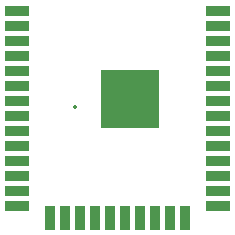
<source format=gbr>
%TF.GenerationSoftware,KiCad,Pcbnew,(6.0.0-0)*%
%TF.CreationDate,2021-12-31T15:49:51+00:00*%
%TF.ProjectId,USBA,55534241-2e6b-4696-9361-645f70636258,1*%
%TF.SameCoordinates,Original*%
%TF.FileFunction,Soldermask,Bot*%
%TF.FilePolarity,Negative*%
%FSLAX46Y46*%
G04 Gerber Fmt 4.6, Leading zero omitted, Abs format (unit mm)*
G04 Created by KiCad (PCBNEW (6.0.0-0)) date 2021-12-31 15:49:51*
%MOMM*%
%LPD*%
G01*
G04 APERTURE LIST*
%ADD10R,5.000000X5.000000*%
%ADD11R,2.000000X0.900000*%
%ADD12R,0.900000X2.000000*%
%ADD13C,0.350000*%
G04 APERTURE END LIST*
D10*
%TO.C,U1*%
X122500000Y-107795000D03*
D11*
X130000000Y-100295000D03*
X130000000Y-101565000D03*
X130000000Y-102835000D03*
X130000000Y-104105000D03*
X130000000Y-105375000D03*
X130000000Y-106645000D03*
X130000000Y-107915000D03*
X130000000Y-109185000D03*
X130000000Y-110455000D03*
X130000000Y-111725000D03*
X130000000Y-112995000D03*
X130000000Y-114265000D03*
X130000000Y-115535000D03*
X130000000Y-116805000D03*
D12*
X127215000Y-117805000D03*
X125945000Y-117805000D03*
X124675000Y-117805000D03*
X123405000Y-117805000D03*
X122135000Y-117805000D03*
X120865000Y-117805000D03*
X119595000Y-117805000D03*
X118325000Y-117805000D03*
X117055000Y-117805000D03*
X115785000Y-117805000D03*
D11*
X113000000Y-116805000D03*
X113000000Y-115535000D03*
X113000000Y-114265000D03*
X113000000Y-112995000D03*
X113000000Y-111725000D03*
X113000000Y-110455000D03*
X113000000Y-109185000D03*
X113000000Y-107915000D03*
X113000000Y-106645000D03*
X113000000Y-105375000D03*
X113000000Y-104105000D03*
X113000000Y-102835000D03*
X113000000Y-101565000D03*
X113000000Y-100295000D03*
%TD*%
D13*
%TO.C,U2*%
X117900000Y-108400000D03*
%TD*%
M02*

</source>
